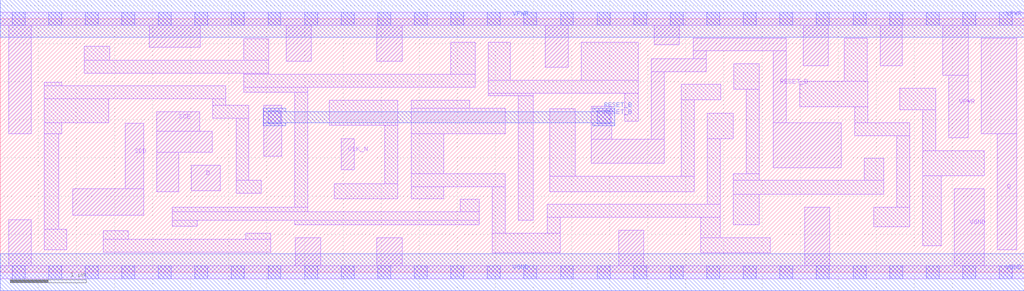
<source format=lef>
# Copyright 2020 The SkyWater PDK Authors
#
# Licensed under the Apache License, Version 2.0 (the "License");
# you may not use this file except in compliance with the License.
# You may obtain a copy of the License at
#
#     https://www.apache.org/licenses/LICENSE-2.0
#
# Unless required by applicable law or agreed to in writing, software
# distributed under the License is distributed on an "AS IS" BASIS,
# WITHOUT WARRANTIES OR CONDITIONS OF ANY KIND, either express or implied.
# See the License for the specific language governing permissions and
# limitations under the License.
#
# SPDX-License-Identifier: Apache-2.0

VERSION 5.7 ;
  NAMESCASESENSITIVE ON ;
  NOWIREEXTENSIONATPIN ON ;
  DIVIDERCHAR "/" ;
  BUSBITCHARS "[]" ;
UNITS
  DATABASE MICRONS 200 ;
END UNITS
MACRO sky130_fd_sc_lp__sdfrtn_1
  CLASS CORE ;
  SOURCE USER ;
  FOREIGN sky130_fd_sc_lp__sdfrtn_1 ;
  ORIGIN  0.000000  0.000000 ;
  SIZE  13.44000 BY  3.330000 ;
  SYMMETRY X Y R90 ;
  SITE unit ;
  PIN D
    ANTENNAGATEAREA  0.159000 ;
    DIRECTION INPUT ;
    USE SIGNAL ;
    PORT
      LAYER li1 ;
        RECT 2.510000 1.070000 2.885000 1.405000 ;
    END
  END D
  PIN Q
    ANTENNADIFFAREA  0.581700 ;
    DIRECTION OUTPUT ;
    USE SIGNAL ;
    PORT
      LAYER li1 ;
        RECT 12.880000 1.815000 13.345000 3.075000 ;
        RECT 13.085000 0.295000 13.345000 1.815000 ;
    END
  END Q
  PIN RESET_B
    ANTENNAGATEAREA  0.411000 ;
    DIRECTION INPUT ;
    USE SIGNAL ;
    PORT
      LAYER li1 ;
        RECT  3.460000 1.525000  3.695000 2.195000 ;
        RECT  7.755000 1.430000  8.715000 1.745000 ;
        RECT  7.755000 1.745000  8.025000 2.180000 ;
        RECT  8.545000 1.745000  8.715000 2.635000 ;
        RECT  8.545000 2.635000  9.265000 2.805000 ;
        RECT  9.095000 2.805000  9.265000 2.905000 ;
        RECT  9.095000 2.905000 10.315000 3.075000 ;
        RECT 10.145000 1.375000 11.040000 1.965000 ;
        RECT 10.145000 1.965000 10.315000 2.905000 ;
      LAYER mcon ;
        RECT 3.515000 1.950000 3.685000 2.120000 ;
        RECT 7.835000 1.950000 8.005000 2.120000 ;
      LAYER met1 ;
        RECT 3.455000 1.920000 3.745000 1.965000 ;
        RECT 3.455000 1.965000 8.065000 2.105000 ;
        RECT 3.455000 2.105000 3.745000 2.150000 ;
        RECT 7.775000 1.920000 8.065000 1.965000 ;
        RECT 7.775000 2.105000 8.065000 2.150000 ;
    END
  END RESET_B
  PIN SCD
    ANTENNAGATEAREA  0.159000 ;
    DIRECTION INPUT ;
    USE SIGNAL ;
    PORT
      LAYER li1 ;
        RECT 0.950000 0.745000 1.885000 1.095000 ;
        RECT 1.640000 1.095000 1.885000 1.955000 ;
    END
  END SCD
  PIN SCE
    ANTENNAGATEAREA  0.318000 ;
    DIRECTION INPUT ;
    USE SIGNAL ;
    PORT
      LAYER li1 ;
        RECT 2.055000 1.055000 2.340000 1.575000 ;
        RECT 2.055000 1.575000 2.785000 1.850000 ;
        RECT 2.055000 1.850000 2.620000 2.105000 ;
    END
  END SCE
  PIN CLK_N
    ANTENNAGATEAREA  0.315000 ;
    DIRECTION INPUT ;
    USE CLOCK ;
    PORT
      LAYER li1 ;
        RECT 4.475000 1.345000 4.645000 1.750000 ;
    END
  END CLK_N
  PIN VGND
    DIRECTION INOUT ;
    USE GROUND ;
    PORT
      LAYER li1 ;
        RECT  0.000000 -0.085000 13.440000 0.085000 ;
        RECT  0.110000  0.085000  0.405000 0.690000 ;
        RECT  3.875000  0.085000  4.205000 0.455000 ;
        RECT  4.945000  0.085000  5.275000 0.455000 ;
        RECT  8.120000  0.085000  8.450000 0.550000 ;
        RECT 10.560000  0.085000 10.890000 0.855000 ;
        RECT 12.525000  0.085000 12.915000 1.095000 ;
      LAYER mcon ;
        RECT  0.155000 -0.085000  0.325000 0.085000 ;
        RECT  0.635000 -0.085000  0.805000 0.085000 ;
        RECT  1.115000 -0.085000  1.285000 0.085000 ;
        RECT  1.595000 -0.085000  1.765000 0.085000 ;
        RECT  2.075000 -0.085000  2.245000 0.085000 ;
        RECT  2.555000 -0.085000  2.725000 0.085000 ;
        RECT  3.035000 -0.085000  3.205000 0.085000 ;
        RECT  3.515000 -0.085000  3.685000 0.085000 ;
        RECT  3.995000 -0.085000  4.165000 0.085000 ;
        RECT  4.475000 -0.085000  4.645000 0.085000 ;
        RECT  4.955000 -0.085000  5.125000 0.085000 ;
        RECT  5.435000 -0.085000  5.605000 0.085000 ;
        RECT  5.915000 -0.085000  6.085000 0.085000 ;
        RECT  6.395000 -0.085000  6.565000 0.085000 ;
        RECT  6.875000 -0.085000  7.045000 0.085000 ;
        RECT  7.355000 -0.085000  7.525000 0.085000 ;
        RECT  7.835000 -0.085000  8.005000 0.085000 ;
        RECT  8.315000 -0.085000  8.485000 0.085000 ;
        RECT  8.795000 -0.085000  8.965000 0.085000 ;
        RECT  9.275000 -0.085000  9.445000 0.085000 ;
        RECT  9.755000 -0.085000  9.925000 0.085000 ;
        RECT 10.235000 -0.085000 10.405000 0.085000 ;
        RECT 10.715000 -0.085000 10.885000 0.085000 ;
        RECT 11.195000 -0.085000 11.365000 0.085000 ;
        RECT 11.675000 -0.085000 11.845000 0.085000 ;
        RECT 12.155000 -0.085000 12.325000 0.085000 ;
        RECT 12.635000 -0.085000 12.805000 0.085000 ;
        RECT 13.115000 -0.085000 13.285000 0.085000 ;
      LAYER met1 ;
        RECT 0.000000 -0.245000 13.440000 0.245000 ;
    END
  END VGND
  PIN VPWR
    DIRECTION INOUT ;
    USE POWER ;
    PORT
      LAYER li1 ;
        RECT  0.000000 3.245000 13.440000 3.415000 ;
        RECT  0.110000 1.815000  0.405000 3.245000 ;
        RECT  1.955000 2.955000  2.625000 3.245000 ;
        RECT  3.755000 2.770000  4.085000 3.245000 ;
        RECT  4.945000 2.770000  5.275000 3.245000 ;
        RECT  7.155000 2.690000  7.455000 3.245000 ;
        RECT  8.585000 2.985000  8.915000 3.245000 ;
        RECT 10.540000 2.710000 10.870000 3.245000 ;
        RECT 11.550000 2.710000 11.840000 3.245000 ;
        RECT 12.370000 2.585000 12.710000 3.245000 ;
        RECT 12.450000 1.765000 12.710000 2.585000 ;
      LAYER mcon ;
        RECT  0.155000 3.245000  0.325000 3.415000 ;
        RECT  0.635000 3.245000  0.805000 3.415000 ;
        RECT  1.115000 3.245000  1.285000 3.415000 ;
        RECT  1.595000 3.245000  1.765000 3.415000 ;
        RECT  2.075000 3.245000  2.245000 3.415000 ;
        RECT  2.555000 3.245000  2.725000 3.415000 ;
        RECT  3.035000 3.245000  3.205000 3.415000 ;
        RECT  3.515000 3.245000  3.685000 3.415000 ;
        RECT  3.995000 3.245000  4.165000 3.415000 ;
        RECT  4.475000 3.245000  4.645000 3.415000 ;
        RECT  4.955000 3.245000  5.125000 3.415000 ;
        RECT  5.435000 3.245000  5.605000 3.415000 ;
        RECT  5.915000 3.245000  6.085000 3.415000 ;
        RECT  6.395000 3.245000  6.565000 3.415000 ;
        RECT  6.875000 3.245000  7.045000 3.415000 ;
        RECT  7.355000 3.245000  7.525000 3.415000 ;
        RECT  7.835000 3.245000  8.005000 3.415000 ;
        RECT  8.315000 3.245000  8.485000 3.415000 ;
        RECT  8.795000 3.245000  8.965000 3.415000 ;
        RECT  9.275000 3.245000  9.445000 3.415000 ;
        RECT  9.755000 3.245000  9.925000 3.415000 ;
        RECT 10.235000 3.245000 10.405000 3.415000 ;
        RECT 10.715000 3.245000 10.885000 3.415000 ;
        RECT 11.195000 3.245000 11.365000 3.415000 ;
        RECT 11.675000 3.245000 11.845000 3.415000 ;
        RECT 12.155000 3.245000 12.325000 3.415000 ;
        RECT 12.635000 3.245000 12.805000 3.415000 ;
        RECT 13.115000 3.245000 13.285000 3.415000 ;
      LAYER met1 ;
        RECT 0.000000 3.085000 13.440000 3.575000 ;
    END
  END VPWR
  OBS
    LAYER li1 ;
      RECT  0.575000 0.295000  0.870000 0.565000 ;
      RECT  0.575000 0.565000  0.770000 1.815000 ;
      RECT  0.575000 1.815000  0.810000 1.965000 ;
      RECT  0.575000 1.965000  1.425000 2.275000 ;
      RECT  0.575000 2.275000  2.960000 2.445000 ;
      RECT  0.575000 2.445000  0.810000 2.495000 ;
      RECT  1.105000 2.615000  3.525000 2.785000 ;
      RECT  1.105000 2.785000  1.435000 2.965000 ;
      RECT  1.350000 0.265000  3.550000 0.435000 ;
      RECT  1.350000 0.435000  1.680000 0.545000 ;
      RECT  2.255000 0.605000  2.585000 0.685000 ;
      RECT  2.255000 0.685000  6.290000 0.795000 ;
      RECT  2.255000 0.795000  4.035000 0.855000 ;
      RECT  2.790000 2.020000  3.265000 2.195000 ;
      RECT  2.790000 2.195000  2.960000 2.275000 ;
      RECT  3.095000 1.035000  3.425000 1.205000 ;
      RECT  3.095000 1.205000  3.265000 2.020000 ;
      RECT  3.195000 2.365000  4.035000 2.430000 ;
      RECT  3.195000 2.430000  6.235000 2.600000 ;
      RECT  3.195000 2.600000  3.525000 2.615000 ;
      RECT  3.195000 2.785000  3.525000 3.065000 ;
      RECT  3.220000 0.435000  3.550000 0.515000 ;
      RECT  3.865000 0.625000  6.290000 0.685000 ;
      RECT  3.865000 0.855000  4.035000 2.365000 ;
      RECT  4.320000 1.930000  5.215000 2.260000 ;
      RECT  4.385000 0.965000  5.215000 1.165000 ;
      RECT  5.045000 1.165000  5.215000 1.930000 ;
      RECT  5.395000 0.965000  5.820000 1.125000 ;
      RECT  5.395000 1.125000  6.630000 1.295000 ;
      RECT  5.395000 1.295000  5.820000 1.815000 ;
      RECT  5.395000 1.815000  6.630000 2.150000 ;
      RECT  5.395000 2.150000  6.160000 2.260000 ;
      RECT  5.915000 2.600000  6.235000 3.020000 ;
      RECT  6.040000 0.795000  6.290000 0.955000 ;
      RECT  6.405000 2.320000  7.000000 2.350000 ;
      RECT  6.405000 2.350000  8.375000 2.520000 ;
      RECT  6.405000 2.520000  6.695000 3.020000 ;
      RECT  6.460000 0.255000  7.350000 0.510000 ;
      RECT  6.460000 0.510000  6.630000 1.125000 ;
      RECT  6.800000 0.680000  7.000000 2.320000 ;
      RECT  7.180000 0.510000  7.350000 0.720000 ;
      RECT  7.180000 0.720000  9.450000 0.890000 ;
      RECT  7.215000 1.060000  9.110000 1.260000 ;
      RECT  7.215000 1.260000  7.545000 2.145000 ;
      RECT  7.625000 2.520000  8.375000 3.020000 ;
      RECT  8.195000 1.985000  8.375000 2.350000 ;
      RECT  8.940000 1.260000  9.110000 2.265000 ;
      RECT  8.940000 2.265000  9.460000 2.465000 ;
      RECT  9.195000 0.255000 10.110000 0.455000 ;
      RECT  9.195000 0.455000  9.450000 0.720000 ;
      RECT  9.280000 0.890000  9.450000 1.755000 ;
      RECT  9.280000 1.755000  9.625000 2.085000 ;
      RECT  9.620000 0.625000  9.965000 1.025000 ;
      RECT  9.620000 1.025000 11.600000 1.205000 ;
      RECT  9.620000 1.205000  9.965000 1.295000 ;
      RECT  9.630000 2.405000  9.965000 2.735000 ;
      RECT  9.795000 1.295000  9.965000 2.405000 ;
      RECT 10.495000 2.175000 11.390000 2.505000 ;
      RECT 11.080000 2.505000 11.380000 3.075000 ;
      RECT 11.220000 1.795000 11.940000 1.965000 ;
      RECT 11.220000 1.965000 11.390000 2.175000 ;
      RECT 11.340000 1.205000 11.600000 1.495000 ;
      RECT 11.465000 0.595000 11.940000 0.855000 ;
      RECT 11.770000 0.855000 11.940000 1.795000 ;
      RECT 11.810000 2.135000 12.280000 2.415000 ;
      RECT 12.110000 0.350000 12.355000 1.265000 ;
      RECT 12.110000 1.265000 12.915000 1.595000 ;
      RECT 12.110000 1.595000 12.280000 2.135000 ;
  END
END sky130_fd_sc_lp__sdfrtn_1

</source>
